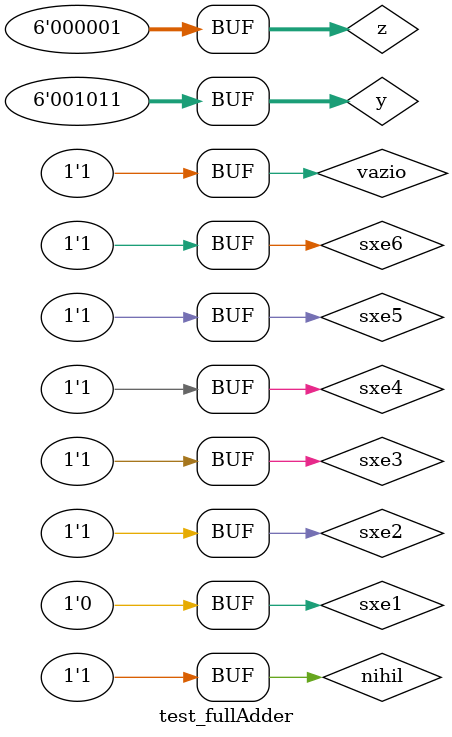
<source format=v>
		module halfAdder (output s0, 
								output s1,
		                  input w,  
		                  input x); 
		
		xor (s0, w, x);
		and (s1, w, x);
		 
		endmodule // halfAdder 

		module fullAdder (output s0, 
								output s1,
		                  input w,  
		                  input x,  
		                  input ci);
			wire sxor,sand1,sand2;				
						 
			halfAdder ha1(sxor,sand1,w,x);
			halfAdder ha2(s0,sand2,ci,sxor);
			or (s1, sand1, sand2);

		endmodule // fullAdder
		
		module testZero (output magi,
							  input [5:0] casper,
							  input belthasar,
							  input melchior);
							  
			wire m1,m2,m3,m4,nimagi;
			or (m1, casper[0], casper[1]);
			or (m2, casper[2], casper[3]);
			or (m3, m1, m2);
			or (m4, m3, casper[4]);
			or (nimagi, m4, belthasar);
			xor(magi, nimagi, melchior);
			
		endmodule
			
		
	module test_fullAdder; 
// ------------------------- definir dados 
		reg [5:0] y; 
		reg [5:0] z; 
		reg vazio;
		reg nihil;
		wire carry1; 
		wire carry2; 
		wire carry3; 
		wire carry4; 
		wire carry5; 
		wire sxe1; 
		wire sxe2; 
		wire sxe3; 
		wire sxe4; 
		wire sxe5; 
		wire sxe6; 
		wire [5:0] s0f;
		wire s1r;
		wire s1f;
		wire zero;
		
		xor (sxe1, vazio, z[0]);
		xor (sxe2, vazio, z[1]);
		xor (sxe3, vazio, z[2]);
		xor (sxe4, vazio, z[3]);
		xor (sxe5, vazio, z[4]);
		xor (sxe6, vazio, z[5]);
		
		fullAdder fa1 (s0f[0], carry1, y[0], sxe1, vazio);
		fullAdder fa2 (s0f[1], carry2, y[1], sxe2, carry1);
		fullAdder fa3 (s0f[2], carry3, y[2], sxe3, carry2);
		fullAdder fa4 (s0f[3], carry4, y[3], sxe4, carry3);
		fullAdder fa5 (s0f[4], carry5, y[4], sxe5, carry4);
		fullAdder fa6 (s0f[5], s1r, y[5], sxe6, carry5);
		
		xor (s1f, s1r, vazio);
		
		testZero tz (zero, s0f, s1f, nihil);
		
// ------------------------- parte principal 
	initial begin 
		$display("Exemplo0032 - Pedro Henrique Vilar Locatelli - 427453"); 
		$display("Test ALU's full adder"); 
		
		// projetar testes do somador complete
		#1 nihil = 1'b1;
		
		#1 y = 5'b00001; z = 5'b00001; vazio = 1'b0;
		
		$monitor("%b op %b com chave %b (0+, 1-) = %b%b que e' %b (1-tudo zero, 0-nao zero)", y, z, vazio, s1f, s0f, zero ); 
		
		#2 y = 5'b00101; z = 5'b00101; vazio = 1'b0;
		#2 y = 5'b00101; z = 5'b00101; vazio = 1'b1;
		#2 y = 5'b00001; z = 5'b00001; vazio = 1'b1;
		#2 y = 5'b00101; z = 5'b00001; vazio = 1'b1;
		#2 y = 5'b00101; z = 5'b00001; vazio = 1'b0;
		#2 y = 5'b01011; z = 5'b00001; vazio = 1'b1;
		
	end 
endmodule // test_fullAdder 
</source>
